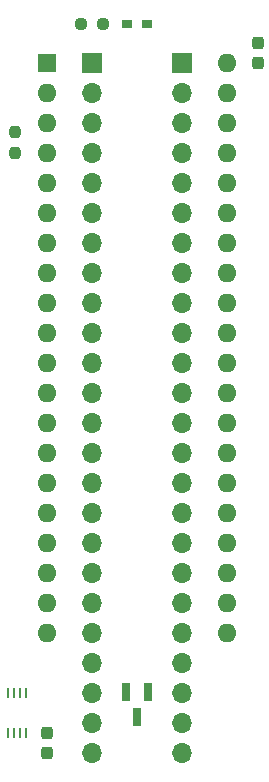
<source format=gbr>
G04 #@! TF.GenerationSoftware,KiCad,Pcbnew,8.0.4+dfsg-1*
G04 #@! TF.CreationDate,2025-02-20T14:08:20+09:00*
G04 #@! TF.ProjectId,bionic-hd6120,62696f6e-6963-42d6-9864-363132302e6b,3*
G04 #@! TF.SameCoordinates,Original*
G04 #@! TF.FileFunction,Soldermask,Top*
G04 #@! TF.FilePolarity,Negative*
%FSLAX46Y46*%
G04 Gerber Fmt 4.6, Leading zero omitted, Abs format (unit mm)*
G04 Created by KiCad (PCBNEW 8.0.4+dfsg-1) date 2025-02-20 14:08:20*
%MOMM*%
%LPD*%
G01*
G04 APERTURE LIST*
G04 Aperture macros list*
%AMRoundRect*
0 Rectangle with rounded corners*
0 $1 Rounding radius*
0 $2 $3 $4 $5 $6 $7 $8 $9 X,Y pos of 4 corners*
0 Add a 4 corners polygon primitive as box body*
4,1,4,$2,$3,$4,$5,$6,$7,$8,$9,$2,$3,0*
0 Add four circle primitives for the rounded corners*
1,1,$1+$1,$2,$3*
1,1,$1+$1,$4,$5*
1,1,$1+$1,$6,$7*
1,1,$1+$1,$8,$9*
0 Add four rect primitives between the rounded corners*
20,1,$1+$1,$2,$3,$4,$5,0*
20,1,$1+$1,$4,$5,$6,$7,0*
20,1,$1+$1,$6,$7,$8,$9,0*
20,1,$1+$1,$8,$9,$2,$3,0*%
G04 Aperture macros list end*
%ADD10RoundRect,0.237500X0.237500X-0.300000X0.237500X0.300000X-0.237500X0.300000X-0.237500X-0.300000X0*%
%ADD11R,0.965200X0.762000*%
%ADD12RoundRect,0.237500X-0.237500X0.250000X-0.237500X-0.250000X0.237500X-0.250000X0.237500X0.250000X0*%
%ADD13R,0.254000X0.965200*%
%ADD14R,1.600000X1.600000*%
%ADD15O,1.600000X1.600000*%
%ADD16RoundRect,0.237500X0.250000X0.237500X-0.250000X0.237500X-0.250000X-0.237500X0.250000X-0.237500X0*%
%ADD17R,0.660400X1.625600*%
%ADD18R,1.700000X1.700000*%
%ADD19O,1.700000X1.700000*%
G04 APERTURE END LIST*
D10*
X106080000Y-133500000D03*
X106080000Y-131775000D03*
D11*
X112836400Y-71778000D03*
X114589000Y-71778000D03*
D12*
X103387600Y-80873100D03*
X103387600Y-82698100D03*
D10*
X123910800Y-75080000D03*
X123910800Y-73355000D03*
D13*
X104276600Y-128420000D03*
X103776599Y-128420000D03*
X103276599Y-128420000D03*
X102776598Y-128420000D03*
X102776598Y-131772800D03*
X103276599Y-131772800D03*
X103776599Y-131772800D03*
X104276600Y-131772800D03*
D14*
X106080000Y-75080000D03*
D15*
X106080000Y-77620000D03*
X106080000Y-80160000D03*
X106080000Y-82700000D03*
X106080000Y-85240000D03*
X106080000Y-87780000D03*
X106080000Y-90320000D03*
X106080000Y-92860000D03*
X106080000Y-95400000D03*
X106080000Y-97940000D03*
X106080000Y-100480000D03*
X106080000Y-103020000D03*
X106080000Y-105560000D03*
X106080000Y-108100000D03*
X106080000Y-110640000D03*
X106080000Y-113180000D03*
X106080000Y-115720000D03*
X106080000Y-118260000D03*
X106080000Y-120800000D03*
X106080000Y-123340000D03*
X121320000Y-123340000D03*
X121320000Y-120800000D03*
X121320000Y-118260000D03*
X121320000Y-115720000D03*
X121320000Y-113180000D03*
X121320000Y-110640000D03*
X121320000Y-108100000D03*
X121320000Y-105560000D03*
X121320000Y-103020000D03*
X121320000Y-100480000D03*
X121320000Y-97940000D03*
X121320000Y-95400000D03*
X121320000Y-92860000D03*
X121320000Y-90320000D03*
X121320000Y-87780000D03*
X121320000Y-85240000D03*
X121320000Y-82700000D03*
X121320000Y-80160000D03*
X121320000Y-77620000D03*
X121320000Y-75080000D03*
D16*
X110802500Y-71778000D03*
X108977500Y-71778000D03*
D17*
X114650001Y-128320000D03*
X112749999Y-128320000D03*
X113700000Y-130452000D03*
D18*
X109890000Y-75080000D03*
D19*
X109890000Y-77620000D03*
X109890000Y-80160000D03*
X109890000Y-82700000D03*
X109890000Y-85240000D03*
X109890000Y-87780000D03*
X109890000Y-90320000D03*
X109890000Y-92860000D03*
X109890000Y-95400000D03*
X109890000Y-97940000D03*
X109890000Y-100480000D03*
X109890000Y-103020000D03*
X109890000Y-105560000D03*
X109890000Y-108100000D03*
X109890000Y-110640000D03*
X109890000Y-113180000D03*
X109890000Y-115720000D03*
X109890000Y-118260000D03*
X109890000Y-120800000D03*
X109890000Y-123340000D03*
X109890000Y-125880000D03*
X109890000Y-128420000D03*
X109890000Y-130960000D03*
X109890000Y-133500000D03*
X117510000Y-133500000D03*
X117510000Y-130960000D03*
X117510000Y-128420000D03*
X117510000Y-125880000D03*
X117510000Y-123340000D03*
X117510000Y-120800000D03*
X117510000Y-118260000D03*
X117510000Y-115720000D03*
X117510000Y-113180000D03*
X117510000Y-110640000D03*
X117510000Y-108100000D03*
X117510000Y-105560000D03*
X117510000Y-103020000D03*
X117510000Y-100480000D03*
X117510000Y-97940000D03*
X117510000Y-95400000D03*
X117510000Y-92860000D03*
X117510000Y-90320000D03*
X117510000Y-87780000D03*
X117510000Y-85240000D03*
X117510000Y-82700000D03*
X117510000Y-80160000D03*
X117510000Y-77620000D03*
D18*
X117510000Y-75080000D03*
M02*

</source>
